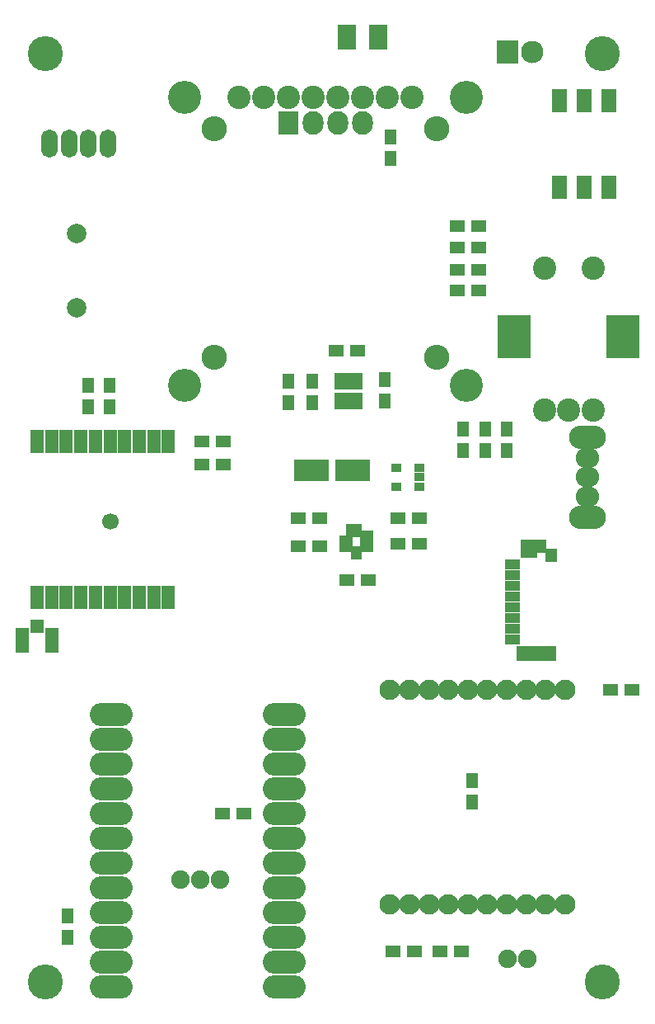
<source format=gts>
G04 #@! TF.FileFunction,Soldermask,Top*
%FSLAX46Y46*%
G04 Gerber Fmt 4.6, Leading zero omitted, Abs format (unit mm)*
G04 Created by KiCad (PCBNEW 4.0.0-rc1-stable) date 20.6.2016 14:39:27*
%MOMM*%
G01*
G04 APERTURE LIST*
%ADD10C,0.150000*%
%ADD11O,2.600000X2.600000*%
%ADD12R,2.127200X2.432000*%
%ADD13O,2.127200X2.432000*%
%ADD14C,2.400000*%
%ADD15C,3.400000*%
%ADD16C,3.600000*%
%ADD17R,1.600000X1.300000*%
%ADD18R,1.300000X1.600000*%
%ADD19R,3.549600X2.200860*%
%ADD20R,1.900000X2.600000*%
%ADD21R,2.300000X2.400000*%
%ADD22C,2.300000*%
%ADD23C,1.900000*%
%ADD24R,1.600000X2.400000*%
%ADD25R,1.500000X2.400000*%
%ADD26R,1.400000X2.400000*%
%ADD27C,1.700000*%
%ADD28C,2.100000*%
%ADD29R,1.650000X1.000000*%
%ADD30R,4.190000X1.600000*%
%ADD31R,1.800000X1.850000*%
%ADD32R,1.000000X1.400000*%
%ADD33R,1.250000X1.350000*%
%ADD34O,4.400000X2.400000*%
%ADD35R,1.050000X1.800000*%
%ADD36R,1.000000X0.900000*%
%ADD37C,2.000000*%
%ADD38R,1.400000X1.400000*%
%ADD39R,1.400000X2.600000*%
%ADD40O,3.800000X2.400000*%
%ADD41O,2.400000X2.100000*%
%ADD42O,1.700000X2.900000*%
%ADD43R,3.400000X4.400000*%
%ADD44R,1.400000X0.650000*%
%ADD45R,0.675000X1.400000*%
G04 APERTURE END LIST*
D10*
D11*
X40225000Y-31175000D03*
X17425000Y-31175000D03*
X40225000Y-7725000D03*
D12*
X25025000Y-7175000D03*
D13*
X27565000Y-7175000D03*
X30105000Y-7175000D03*
X32645000Y-7175000D03*
D11*
X17425000Y-7725000D03*
D14*
X37690000Y-4550000D03*
X35150000Y-4550000D03*
X32610000Y-4550000D03*
X30070000Y-4550000D03*
X27530000Y-4550000D03*
X24990000Y-4550000D03*
X22450000Y-4550000D03*
D15*
X43305000Y-34050000D03*
X14300000Y-34050000D03*
X43305000Y-4550000D03*
X14300000Y-4550000D03*
D14*
X19910000Y-4550000D03*
D16*
X57300000Y-95300000D03*
X0Y-95300000D03*
X57300000Y0D03*
X0Y0D03*
D17*
X60300000Y-65300000D03*
X58100000Y-65300000D03*
X18350000Y-39850000D03*
X16150000Y-39850000D03*
D18*
X2350000Y-88500000D03*
X2350000Y-90700000D03*
D17*
X38450000Y-47700000D03*
X36250000Y-47700000D03*
X38450000Y-50350000D03*
X36250000Y-50350000D03*
X29925000Y-30525000D03*
X32125000Y-30525000D03*
X31050000Y-54050000D03*
X33250000Y-54050000D03*
D19*
X27374020Y-42800000D03*
X31625980Y-42800000D03*
D18*
X35475000Y-10775000D03*
X35475000Y-8575000D03*
D17*
X37980000Y-92120000D03*
X35780000Y-92120000D03*
D20*
X31000000Y1700000D03*
X34200000Y1700000D03*
D21*
X47550000Y150000D03*
D22*
X50090000Y150000D03*
D18*
X4400000Y-36250000D03*
X4400000Y-34050000D03*
D23*
X13950000Y-84800000D03*
X15950000Y-84800000D03*
X17950000Y-84800000D03*
X49550000Y-92900000D03*
X47550000Y-92900000D03*
D18*
X24975000Y-35875000D03*
X24975000Y-33675000D03*
X27425000Y-35875000D03*
X27425000Y-33675000D03*
X34875000Y-33475000D03*
X34875000Y-35675000D03*
D17*
X28200000Y-47700000D03*
X26000000Y-47700000D03*
X28200000Y-50550000D03*
X26000000Y-50550000D03*
D18*
X43900000Y-74600000D03*
X43900000Y-76800000D03*
D17*
X20450000Y-78050000D03*
X18250000Y-78050000D03*
X40560000Y-92120000D03*
X42760000Y-92120000D03*
D18*
X6650000Y-36250000D03*
X6650000Y-34050000D03*
D24*
X52870000Y-4850000D03*
X52870000Y-13750000D03*
X55410000Y-13750000D03*
X57950000Y-13750000D03*
X55410000Y-4850000D03*
D25*
X57950000Y-4850000D03*
D26*
X-825000Y-39825000D03*
X675000Y-39825000D03*
X2175000Y-39825000D03*
X3675000Y-39825000D03*
X5175000Y-39825000D03*
X6675000Y-39825000D03*
X8175000Y-39825000D03*
X9675000Y-39825000D03*
X11175000Y-39825000D03*
X12675000Y-39825000D03*
X12675000Y-55825000D03*
X11175000Y-55825000D03*
X9675000Y-55825000D03*
X8175000Y-55825000D03*
X6675000Y-55825000D03*
X5175000Y-55825000D03*
X3675000Y-55825000D03*
X2175000Y-55825000D03*
X675000Y-55825000D03*
X-825000Y-55825000D03*
D27*
X6725000Y-48025000D03*
D28*
X35450000Y-87300000D03*
X37450000Y-87300000D03*
X39450000Y-87300000D03*
X41450000Y-87300000D03*
X43450000Y-87300000D03*
X45450000Y-87300000D03*
X47450000Y-87300000D03*
X49450000Y-87300000D03*
X51450000Y-87300000D03*
X53450000Y-87300000D03*
X35450000Y-65300000D03*
X37450000Y-65300000D03*
X45450000Y-65300000D03*
X43450000Y-65300000D03*
X41450000Y-65300000D03*
X39450000Y-65300000D03*
X47450000Y-65300000D03*
X49450000Y-65300000D03*
X51450000Y-65300000D03*
X53450000Y-65300000D03*
D29*
X48000000Y-52450000D03*
X48000000Y-53550000D03*
X48000000Y-54650000D03*
X48000000Y-55750000D03*
X48000000Y-56850000D03*
X48000000Y-57950000D03*
X48000000Y-59050000D03*
X48000000Y-60150000D03*
D30*
X50505000Y-61600000D03*
D31*
X49750000Y-50825000D03*
D32*
X51000000Y-50600000D03*
D33*
X51975000Y-51525000D03*
D34*
X6800000Y-67860000D03*
X6800000Y-70400000D03*
X6800000Y-72940000D03*
X6800000Y-80560000D03*
X6800000Y-78020000D03*
X6800000Y-75480000D03*
X6800000Y-83100000D03*
X6800000Y-85640000D03*
X6800000Y-88180000D03*
X6800000Y-90720000D03*
X6800000Y-93260000D03*
X6800000Y-95800000D03*
X24600000Y-67860000D03*
X24600000Y-70400000D03*
X24600000Y-72940000D03*
X24600000Y-75480000D03*
X24600000Y-78020000D03*
X24600000Y-80560000D03*
X24600000Y-83100000D03*
X24600000Y-85640000D03*
X24600000Y-88180000D03*
X24600000Y-90720000D03*
X24600000Y-93260000D03*
X24600000Y-95800000D03*
D35*
X30225000Y-35675000D03*
X31175000Y-35675000D03*
X32125000Y-35675000D03*
X30225000Y-33675000D03*
X32125000Y-33675000D03*
X31175000Y-33675000D03*
D36*
X36100000Y-42550000D03*
X36100000Y-44450000D03*
X38500000Y-42550000D03*
X38500000Y-43500000D03*
X38500000Y-44450000D03*
D37*
X3220000Y-18510000D03*
X3220000Y-26110000D03*
D38*
X-825000Y-58775000D03*
D39*
X-2325000Y-60275000D03*
X675000Y-60275000D03*
D40*
X55750000Y-47600000D03*
D41*
X55750000Y-43500000D03*
X55750000Y-41500000D03*
X55750000Y-45500000D03*
D40*
X55750000Y-39400000D03*
D17*
X18350000Y-42200000D03*
X16150000Y-42200000D03*
D42*
X6450000Y-9250000D03*
X4450000Y-9250000D03*
X2450000Y-9250000D03*
X450000Y-9250000D03*
D43*
X59400000Y-29075000D03*
D14*
X56300000Y-22075000D03*
X51300000Y-22075000D03*
X56300000Y-36575000D03*
X53800000Y-36575000D03*
X51300000Y-36575000D03*
D43*
X48200000Y-29075000D03*
D17*
X44575000Y-17700000D03*
X42375000Y-17700000D03*
X44575000Y-24350000D03*
X42375000Y-24350000D03*
D18*
X42950000Y-40775000D03*
X42950000Y-38575000D03*
X45200000Y-40775000D03*
X45200000Y-38575000D03*
X47475000Y-38575000D03*
X47475000Y-40775000D03*
D17*
X42350000Y-19950000D03*
X44550000Y-19950000D03*
X42350000Y-22200000D03*
X44550000Y-22200000D03*
D44*
X30890000Y-50350000D03*
X30890000Y-49850000D03*
X33090000Y-49850000D03*
X33080000Y-50350000D03*
D45*
X31740000Y-48980000D03*
X32240000Y-48980000D03*
X31240000Y-48980000D03*
D44*
X33090000Y-49350000D03*
X30890000Y-50850000D03*
X33080000Y-50850000D03*
D45*
X31740000Y-51220000D03*
X32240000Y-51220000D03*
M02*

</source>
